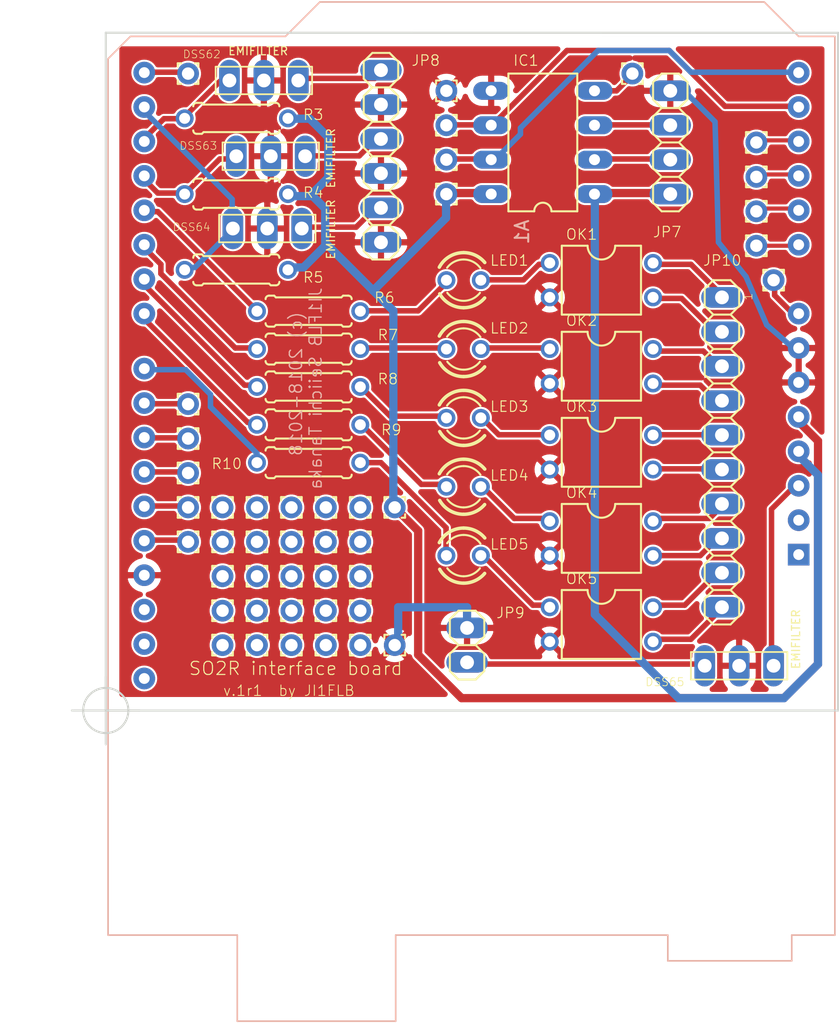
<source format=kicad_pcb>
(kicad_pcb (version 20171130) (host pcbnew "(5.0.0)")
  (layers (0 Top signal) (31 Bottom signal) (34 B.Paste user) (35 F.Paste user) (36 B.SilkS user) (37 F.SilkS user) (38 B.Mask user) (39 F.Mask user) (44 Edge.Cuts user))
  (net 0 "")
  (net 1 +3V3)
  (net 2 GND1)
  (net 3 VCC)
  (net 4 "Net-(LED1-PadK)")
  (net 5 "Net-(LED1-PadA)")
  (net 6 "Net-(LED2-PadK)")
  (net 7 "Net-(LED2-PadA)")
  (net 8 "Net-(LED3-PadK)")
  (net 9 "Net-(LED3-PadA)")
  (net 10 "Net-(LED4-PadK)")
  (net 11 "Net-(LED4-PadA)")
  (net 12 "Net-(LED5-PadK)")
  (net 13 "Net-(LED5-PadA)")
  (net 14 /D4)
  (net 15 /D5)
  (net 16 /D6)
  (net 17 /D7)
  (net 18 /D8)
  (net 19 "Net-(JP10-Pad1)")
  (net 20 "Net-(JP10-Pad2)")
  (net 21 "Net-(JP10-Pad3)")
  (net 22 "Net-(JP10-Pad4)")
  (net 23 "Net-(JP10-Pad5)")
  (net 24 "Net-(JP10-Pad6)")
  (net 25 "Net-(JP10-Pad7)")
  (net 26 "Net-(JP10-Pad8)")
  (net 27 "Net-(JP10-Pad9)")
  (net 28 "Net-(JP10-Pad10)")
  (net 29 /D2)
  (net 30 /D3)
  (net 31 /D1)
  (net 32 "Net-(DSS62-Pad1)")
  (net 33 /SCL5V)
  (net 34 /SDA5V)
  (net 35 "Net-(IC1-Pad4)")
  (net 36 "Net-(IC1-Pad3)")
  (net 37 "Net-(IC1-Pad2)")
  (net 38 "Net-(DSS65-Pad1)")
  (net 39 "Net-(PAD13-Pad1)")
  (net 40 "Net-(PAD18-Pad1)")
  (net 41 "Net-(PAD23-Pad1)")
  (net 42 "Net-(PAD28-Pad1)")
  (net 43 "Net-(PAD33-Pad1)")
  (net 44 "Net-(PAD14-Pad1)")
  (net 45 "Net-(PAD19-Pad1)")
  (net 46 "Net-(PAD24-Pad1)")
  (net 47 "Net-(PAD29-Pad1)")
  (net 48 "Net-(PAD34-Pad1)")
  (net 49 "Net-(PAD15-Pad1)")
  (net 50 "Net-(PAD20-Pad1)")
  (net 51 "Net-(PAD25-Pad1)")
  (net 52 "Net-(PAD30-Pad1)")
  (net 53 "Net-(PAD35-Pad1)")
  (net 54 "Net-(PAD16-Pad1)")
  (net 55 "Net-(PAD21-Pad1)")
  (net 56 "Net-(PAD26-Pad1)")
  (net 57 "Net-(PAD31-Pad1)")
  (net 58 "Net-(PAD36-Pad1)")
  (net 59 "Net-(PAD17-Pad1)")
  (net 60 "Net-(PAD22-Pad1)")
  (net 61 "Net-(PAD27-Pad1)")
  (net 62 "Net-(PAD32-Pad1)")
  (net 63 "Net-(PAD37-Pad1)")
  (net 64 "Net-(A1-Pad32)")
  (net 65 "Net-(A1-Pad31)")
  (net 66 "Net-(A1-Pad1)")
  (net 67 "Net-(A1-Pad2)")
  (net 68 RESET)
  (net 69 "Net-(A1-Pad8)")
  (net 70 "Net-(A1-Pad24)")
  (net 71 "Net-(A1-Pad9)")
  (net 72 "Net-(A1-Pad25)")
  (net 73 "Net-(A1-Pad10)")
  (net 74 "Net-(A1-Pad26)")
  (net 75 "Net-(A1-Pad11)")
  (net 76 "Net-(A1-Pad27)")
  (net 77 "Net-(A1-Pad12)")
  (net 78 "Net-(A1-Pad28)")
  (net 79 "Net-(A1-Pad30)")
  (net 80 "Net-(A1-Pad15)")
  (net 81 "Net-(DSS63-Pad1)")
  (net 82 "Net-(DSS64-Pad1)")
  (module Module:Arduino_UNO_R3 (layer Bottom) (at 195.6 118.5 90)
    (fp_text reference A1 (at 23.8 -20.4 270) (layer B.SilkS) (effects (justify mirror)))
    (fp_text value Arduino_UNO_R3)
    (pad 32 thru_hole oval (at -9.14 -48.26) (size 1.6 1.6) (drill 0.8) (layers *.Cu *.Mask) (net 64 "Net-(A1-Pad32)"))
    (pad 31 thru_hole oval (at -6.6 -48.26) (size 1.6 1.6) (drill 0.8) (layers *.Cu *.Mask) (net 65 "Net-(A1-Pad31)"))
    (pad 1 thru_hole rect (at 0 0) (size 1.6 1.6) (drill 0.8) (layers *.Cu *.Mask) (net 66 "Net-(A1-Pad1)"))
    (pad 17 thru_hole oval (at 30.48 -48.26) (size 1.6 1.6) (drill 0.8) (layers *.Cu *.Mask) (net 29 /D2))
    (pad 2 thru_hole oval (at 2.54 0) (size 1.6 1.6) (drill 0.8) (layers *.Cu *.Mask) (net 67 "Net-(A1-Pad2)"))
    (pad 18 thru_hole oval (at 27.94 -48.26) (size 1.6 1.6) (drill 0.8) (layers *.Cu *.Mask) (net 30 /D3))
    (pad 3 thru_hole oval (at 5.08 0) (size 1.6 1.6) (drill 0.8) (layers *.Cu *.Mask) (net 68 RESET))
    (pad 19 thru_hole oval (at 25.4 -48.26) (size 1.6 1.6) (drill 0.8) (layers *.Cu *.Mask) (net 14 /D4))
    (pad 4 thru_hole oval (at 7.62 0) (size 1.6 1.6) (drill 0.8) (layers *.Cu *.Mask) (net 1 +3V3))
    (pad 20 thru_hole oval (at 22.86 -48.26) (size 1.6 1.6) (drill 0.8) (layers *.Cu *.Mask) (net 15 /D5))
    (pad 5 thru_hole oval (at 10.16 0) (size 1.6 1.6) (drill 0.8) (layers *.Cu *.Mask) (net 3 VCC))
    (pad 21 thru_hole oval (at 20.32 -48.26) (size 1.6 1.6) (drill 0.8) (layers *.Cu *.Mask) (net 16 /D6))
    (pad 6 thru_hole oval (at 12.7 0) (size 1.6 1.6) (drill 0.8) (layers *.Cu *.Mask) (net 2 GND1))
    (pad 22 thru_hole oval (at 17.78 -48.26) (size 1.6 1.6) (drill 0.8) (layers *.Cu *.Mask) (net 17 /D7))
    (pad 7 thru_hole oval (at 15.24 0) (size 1.6 1.6) (drill 0.8) (layers *.Cu *.Mask) (net 2 GND1))
    (pad 23 thru_hole oval (at 13.72 -48.26) (size 1.6 1.6) (drill 0.8) (layers *.Cu *.Mask) (net 18 /D8))
    (pad 8 thru_hole oval (at 17.78 0) (size 1.6 1.6) (drill 0.8) (layers *.Cu *.Mask) (net 69 "Net-(A1-Pad8)"))
    (pad 24 thru_hole oval (at 11.18 -48.26) (size 1.6 1.6) (drill 0.8) (layers *.Cu *.Mask) (net 70 "Net-(A1-Pad24)"))
    (pad 9 thru_hole oval (at 22.86 0) (size 1.6 1.6) (drill 0.8) (layers *.Cu *.Mask) (net 71 "Net-(A1-Pad9)"))
    (pad 25 thru_hole oval (at 8.64 -48.26) (size 1.6 1.6) (drill 0.8) (layers *.Cu *.Mask) (net 72 "Net-(A1-Pad25)"))
    (pad 10 thru_hole oval (at 25.4 0) (size 1.6 1.6) (drill 0.8) (layers *.Cu *.Mask) (net 73 "Net-(A1-Pad10)"))
    (pad 26 thru_hole oval (at 6.1 -48.26) (size 1.6 1.6) (drill 0.8) (layers *.Cu *.Mask) (net 74 "Net-(A1-Pad26)"))
    (pad 11 thru_hole oval (at 27.94 0) (size 1.6 1.6) (drill 0.8) (layers *.Cu *.Mask) (net 75 "Net-(A1-Pad11)"))
    (pad 27 thru_hole oval (at 3.56 -48.26) (size 1.6 1.6) (drill 0.8) (layers *.Cu *.Mask) (net 76 "Net-(A1-Pad27)"))
    (pad 12 thru_hole oval (at 30.48 0) (size 1.6 1.6) (drill 0.8) (layers *.Cu *.Mask) (net 77 "Net-(A1-Pad12)"))
    (pad 28 thru_hole oval (at 1.02 -48.26) (size 1.6 1.6) (drill 0.8) (layers *.Cu *.Mask) (net 78 "Net-(A1-Pad28)"))
    (pad 13 thru_hole oval (at 33.02 0) (size 1.6 1.6) (drill 0.8) (layers *.Cu *.Mask) (net 34 /SDA5V))
    (pad 29 thru_hole oval (at -1.52 -48.26) (size 1.6 1.6) (drill 0.8) (layers *.Cu *.Mask) (net 2 GND1))
    (pad 14 thru_hole oval (at 35.56 0) (size 1.6 1.6) (drill 0.8) (layers *.Cu *.Mask) (net 33 /SCL5V))
    (pad 30 thru_hole oval (at -4.06 -48.26) (size 1.6 1.6) (drill 0.8) (layers *.Cu *.Mask) (net 79 "Net-(A1-Pad30)"))
    (pad 15 thru_hole oval (at 35.56 -48.26) (size 1.6 1.6) (drill 0.8) (layers *.Cu *.Mask) (net 80 "Net-(A1-Pad15)"))
    (pad 16 thru_hole oval (at 33.02 -48.26) (size 1.6 1.6) (drill 0.8) (layers *.Cu *.Mask) (net 31 /D1))
  )
  (module HeadphoneSwitch:EMIFILTER (layer Top) (at 156.1591 83.5216 180)
    (fp_text reference DSS62 (at 3.1591 2.2716) (layer F.SilkS) (effects (font (size 0.57912 0.57912) (thickness 0.046329)) (justify right top)))
    (fp_text value EMIFILTER (at -1.8409 2.5216 180) (layer F.SilkS) (effects (font (size 0.6 0.6) (thickness 0.09)) (justify right top)))
    (pad 3 thru_hole oval (at 2.54 0 270) (size 3.048 1.524) (drill 1.016) (layers *.Cu *.Mask) (net 29 /D2))
    (pad 2 thru_hole oval (at 0 0 270) (size 3.048 1.524) (drill 1.016) (layers *.Cu *.Mask) (net 2 GND1))
    (pad 1 thru_hole oval (at -2.54 0 270) (size 3.048 1.524) (drill 1.016) (layers *.Cu *.Mask) (net 32 "Net-(DSS62-Pad1)"))
  )
  (module HeadphoneSwitch:EMIFILTER (layer Top) (at 156.6671 89.1096 180)
    (fp_text reference DSS63 (at 3.9171 1.1096) (layer F.SilkS) (effects (font (size 0.57912 0.57912) (thickness 0.046329)) (justify right top)))
    (fp_text value EMIFILTER (at -4.0829 2.1096 90) (layer F.SilkS) (effects (font (size 0.6 0.6) (thickness 0.09)) (justify right top)))
    (pad 3 thru_hole oval (at 2.54 0 270) (size 3.048 1.524) (drill 1.016) (layers *.Cu *.Mask) (net 30 /D3))
    (pad 2 thru_hole oval (at 0 0 270) (size 3.048 1.524) (drill 1.016) (layers *.Cu *.Mask) (net 2 GND1))
    (pad 1 thru_hole oval (at -2.54 0 270) (size 3.048 1.524) (drill 1.016) (layers *.Cu *.Mask) (net 81 "Net-(DSS63-Pad1)"))
  )
  (module HeadphoneSwitch:EMIFILTER (layer Top) (at 156.4131 94.4436 180)
    (fp_text reference DSS64 (at 4.1631 0.4436) (layer F.SilkS) (effects (font (size 0.57912 0.57912) (thickness 0.046329)) (justify right top)))
    (fp_text value EMIFILTER (at -4.3369 2.1936 90) (layer F.SilkS) (effects (font (size 0.6 0.6) (thickness 0.09)) (justify right top)))
    (pad 3 thru_hole oval (at 2.54 0 270) (size 3.048 1.524) (drill 1.016) (layers *.Cu *.Mask) (net 31 /D1))
    (pad 2 thru_hole oval (at 0 0 270) (size 3.048 1.524) (drill 1.016) (layers *.Cu *.Mask) (net 2 GND1))
    (pad 1 thru_hole oval (at -2.54 0 270) (size 3.048 1.524) (drill 1.016) (layers *.Cu *.Mask) (net 82 "Net-(DSS64-Pad1)"))
  )
  (module HeadphoneSwitch:EMIFILTER (layer Top) (at 191.2111 126.7016)
    (fp_text reference DSS65 (at -6.9611 1.5484) (layer F.SilkS) (effects (font (size 0.6 0.6) (thickness 0.06)) (justify left bottom)))
    (fp_text value EMIFILTER (at 4.5389 0.2984 90) (layer F.SilkS) (effects (font (size 0.6 0.6) (thickness 0.09)) (justify left bottom)))
    (pad 3 thru_hole oval (at 2.54 0 90) (size 3.048 1.524) (drill 1.016) (layers *.Cu *.Mask) (net 68 RESET))
    (pad 2 thru_hole oval (at 0 0 90) (size 3.048 1.524) (drill 1.016) (layers *.Cu *.Mask) (net 2 GND1))
    (pad 1 thru_hole oval (at -2.54 0 90) (size 3.048 1.524) (drill 1.016) (layers *.Cu *.Mask) (net 38 "Net-(DSS65-Pad1)"))
  )
  (module HeadphoneSwitch:DIL8 (layer Top) (at 176.7331 88.0936 90)
    (fp_text reference IC1 (at 5.5936 -2.2331) (layer F.SilkS) (effects (font (size 0.77216 0.77216) (thickness 0.077216)) (justify left bottom)))
    (fp_text value AE-PCA9306)
    (pad 8 thru_hole oval (at -3.81 -3.81 180) (size 2.6416 1.3208) (drill 0.8128) (layers *.Cu *.Mask) (net 3 VCC))
    (pad 7 thru_hole oval (at -1.27 -3.81 180) (size 2.6416 1.3208) (drill 0.8128) (layers *.Cu *.Mask) (net 33 /SCL5V))
    (pad 6 thru_hole oval (at 1.27 -3.81 180) (size 2.6416 1.3208) (drill 0.8128) (layers *.Cu *.Mask) (net 34 /SDA5V))
    (pad 5 thru_hole oval (at 3.81 -3.81 180) (size 2.6416 1.3208) (drill 0.8128) (layers *.Cu *.Mask) (net 2 GND1))
    (pad 4 thru_hole oval (at 3.81 3.81 180) (size 2.6416 1.3208) (drill 0.8128) (layers *.Cu *.Mask) (net 35 "Net-(IC1-Pad4)"))
    (pad 3 thru_hole oval (at 1.27 3.81 180) (size 2.6416 1.3208) (drill 0.8128) (layers *.Cu *.Mask) (net 36 "Net-(IC1-Pad3)"))
    (pad 2 thru_hole oval (at -1.27 3.81 180) (size 2.6416 1.3208) (drill 0.8128) (layers *.Cu *.Mask) (net 37 "Net-(IC1-Pad2)"))
    (pad 1 thru_hole oval (at -3.81 3.81 180) (size 2.6416 1.3208) (drill 0.8128) (layers *.Cu *.Mask) (net 1 +3V3))
  )
  (module HeadphoneSwitch:1X10 (layer Top) (at 189.9411 110.9536 270)
    (fp_text reference JP10 (at -13.7036 1.4411) (layer F.SilkS) (effects (font (size 0.77216 0.77216) (thickness 0.077216)) (justify left bottom)))
    (fp_text value "Isolate port")
    (pad 10 thru_hole oval (at 11.43 0) (size 3.048 1.524) (drill 1.016) (layers *.Cu *.Mask) (net 28 "Net-(JP10-Pad10)"))
    (pad 9 thru_hole oval (at 8.89 0) (size 3.048 1.524) (drill 1.016) (layers *.Cu *.Mask) (net 27 "Net-(JP10-Pad9)"))
    (pad 8 thru_hole oval (at 6.35 0) (size 3.048 1.524) (drill 1.016) (layers *.Cu *.Mask) (net 26 "Net-(JP10-Pad8)"))
    (pad 7 thru_hole oval (at 3.81 0) (size 3.048 1.524) (drill 1.016) (layers *.Cu *.Mask) (net 25 "Net-(JP10-Pad7)"))
    (pad 6 thru_hole oval (at 1.27 0) (size 3.048 1.524) (drill 1.016) (layers *.Cu *.Mask) (net 24 "Net-(JP10-Pad6)"))
    (pad 5 thru_hole oval (at -1.27 0) (size 3.048 1.524) (drill 1.016) (layers *.Cu *.Mask) (net 23 "Net-(JP10-Pad5)"))
    (pad 4 thru_hole oval (at -3.81 0) (size 3.048 1.524) (drill 1.016) (layers *.Cu *.Mask) (net 22 "Net-(JP10-Pad4)"))
    (pad 3 thru_hole oval (at -6.35 0) (size 3.048 1.524) (drill 1.016) (layers *.Cu *.Mask) (net 21 "Net-(JP10-Pad3)"))
    (pad 2 thru_hole oval (at -8.89 0) (size 3.048 1.524) (drill 1.016) (layers *.Cu *.Mask) (net 20 "Net-(JP10-Pad2)"))
    (pad 1 thru_hole oval (at -11.43 0) (size 3.048 1.524) (drill 1.016) (layers *.Cu *.Mask) (net 19 "Net-(JP10-Pad1)"))
  )
  (module HeadphoneSwitch:1X04 (layer Top) (at 186.1311 88.0936 90)
    (fp_text reference JP7 (at -6.1564 0.8689) (layer F.SilkS) (effects (font (size 0.77216 0.77216) (thickness 0.077216)) (justify right top)))
    (fp_text value "I2C LCD")
    (pad 4 thru_hole oval (at 3.81 0 180) (size 3.048 1.524) (drill 1.016) (layers *.Cu *.Mask) (net 2 GND1))
    (pad 3 thru_hole oval (at 1.27 0 180) (size 3.048 1.524) (drill 1.016) (layers *.Cu *.Mask) (net 36 "Net-(IC1-Pad3)"))
    (pad 2 thru_hole oval (at -1.27 0 180) (size 3.048 1.524) (drill 1.016) (layers *.Cu *.Mask) (net 37 "Net-(IC1-Pad2)"))
    (pad 1 thru_hole oval (at -3.81 0 180) (size 3.048 1.524) (drill 1.016) (layers *.Cu *.Mask) (net 1 +3V3))
  )
  (module HeadphoneSwitch:1X06 (layer Top) (at 164.7951 89.1096 270)
    (fp_text reference JP8 (at -6.6096 -2.2049) (layer F.SilkS) (effects (font (size 0.77216 0.77216) (thickness 0.077216)) (justify left bottom)))
    (fp_text value "Force Switch")
    (pad 6 thru_hole oval (at 6.35 0) (size 3.048 1.524) (drill 1.016) (layers *.Cu *.Mask) (net 2 GND1))
    (pad 5 thru_hole oval (at 3.81 0) (size 3.048 1.524) (drill 1.016) (layers *.Cu *.Mask) (net 82 "Net-(DSS64-Pad1)"))
    (pad 4 thru_hole oval (at 1.27 0) (size 3.048 1.524) (drill 1.016) (layers *.Cu *.Mask) (net 2 GND1))
    (pad 3 thru_hole oval (at -1.27 0) (size 3.048 1.524) (drill 1.016) (layers *.Cu *.Mask) (net 81 "Net-(DSS63-Pad1)"))
    (pad 2 thru_hole oval (at -3.81 0) (size 3.048 1.524) (drill 1.016) (layers *.Cu *.Mask) (net 2 GND1))
    (pad 1 thru_hole oval (at -6.35 0) (size 3.048 1.524) (drill 1.016) (layers *.Cu *.Mask) (net 32 "Net-(DSS62-Pad1)"))
  )
  (module HeadphoneSwitch:1X02 (layer Top) (at 171.1451 125.1776 90)
    (fp_text reference JP9 (at 1.9276 2.1049 180) (layer F.SilkS) (effects (font (size 0.77216 0.77216) (thickness 0.077216)) (justify left bottom)))
    (fp_text value RESET)
    (pad 2 thru_hole oval (at 1.27 0 180) (size 3.048 1.524) (drill 1.016) (layers *.Cu *.Mask) (net 2 GND1))
    (pad 1 thru_hole oval (at -1.27 0 180) (size 3.048 1.524) (drill 1.016) (layers *.Cu *.Mask) (net 38 "Net-(DSS65-Pad1)"))
  )
  (module HeadphoneSwitch:LED3MM (layer Top) (at 170.8911 98.2536)
    (fp_text reference LED1 (at 1.905 -1.0036) (layer F.SilkS) (effects (font (size 0.77216 0.77216) (thickness 0.077216)) (justify left bottom)))
    (fp_text value OSDR3133A)
    (pad K thru_hole circle (at 1.27 0) (size 1.3208 1.3208) (drill 0.8128) (layers *.Cu *.Mask) (net 4 "Net-(LED1-PadK)"))
    (pad A thru_hole circle (at -1.27 0) (size 1.3208 1.3208) (drill 0.8128) (layers *.Cu *.Mask) (net 5 "Net-(LED1-PadA)"))
  )
  (module HeadphoneSwitch:LED3MM (layer Top) (at 170.8911 103.3336)
    (fp_text reference LED2 (at 1.905 -1.0836) (layer F.SilkS) (effects (font (size 0.77216 0.77216) (thickness 0.077216)) (justify left bottom)))
    (fp_text value OSDR3133A)
    (pad K thru_hole circle (at 1.27 0) (size 1.3208 1.3208) (drill 0.8128) (layers *.Cu *.Mask) (net 6 "Net-(LED2-PadK)"))
    (pad A thru_hole circle (at -1.27 0) (size 1.3208 1.3208) (drill 0.8128) (layers *.Cu *.Mask) (net 7 "Net-(LED2-PadA)"))
  )
  (module HeadphoneSwitch:LED3MM (layer Top) (at 170.8911 108.4136)
    (fp_text reference LED3 (at 1.905 -0.381) (layer F.SilkS) (effects (font (size 0.77216 0.77216) (thickness 0.077216)) (justify left bottom)))
    (fp_text value OSDR3133A)
    (pad K thru_hole circle (at 1.27 0) (size 1.3208 1.3208) (drill 0.8128) (layers *.Cu *.Mask) (net 8 "Net-(LED3-PadK)"))
    (pad A thru_hole circle (at -1.27 0) (size 1.3208 1.3208) (drill 0.8128) (layers *.Cu *.Mask) (net 9 "Net-(LED3-PadA)"))
  )
  (module HeadphoneSwitch:LED3MM (layer Top) (at 170.8911 113.4936)
    (fp_text reference LED4 (at 1.905 -0.381) (layer F.SilkS) (effects (font (size 0.77216 0.77216) (thickness 0.077216)) (justify left bottom)))
    (fp_text value OSDR3133A)
    (pad K thru_hole circle (at 1.27 0) (size 1.3208 1.3208) (drill 0.8128) (layers *.Cu *.Mask) (net 10 "Net-(LED4-PadK)"))
    (pad A thru_hole circle (at -1.27 0) (size 1.3208 1.3208) (drill 0.8128) (layers *.Cu *.Mask) (net 11 "Net-(LED4-PadA)"))
  )
  (module HeadphoneSwitch:LED3MM (layer Top) (at 170.8911 118.5736)
    (fp_text reference LED5 (at 1.905 -0.381) (layer F.SilkS) (effects (font (size 0.77216 0.77216) (thickness 0.077216)) (justify left bottom)))
    (fp_text value OSDR3133A)
    (pad K thru_hole circle (at 1.27 0) (size 1.3208 1.3208) (drill 0.8128) (layers *.Cu *.Mask) (net 12 "Net-(LED5-PadK)"))
    (pad A thru_hole circle (at -1.27 0) (size 1.3208 1.3208) (drill 0.8128) (layers *.Cu *.Mask) (net 13 "Net-(LED5-PadA)"))
  )
  (module HeadphoneSwitch:DIL04 (layer Top) (at 181.0511 98.2536 270)
    (fp_text reference OK1 (at -2.921 2.667) (layer F.SilkS) (effects (font (size 0.77216 0.77216) (thickness 0.077216)) (justify left bottom)))
    (fp_text value TLP621)
    (pad 4 thru_hole circle (at -1.27 -3.81) (size 1.3208 1.3208) (drill 0.8128) (layers *.Cu *.Mask) (net 19 "Net-(JP10-Pad1)"))
    (pad 3 thru_hole circle (at 1.27 -3.81) (size 1.3208 1.3208) (drill 0.8128) (layers *.Cu *.Mask) (net 20 "Net-(JP10-Pad2)"))
    (pad 2 thru_hole circle (at 1.27 3.81 180) (size 1.3208 1.3208) (drill 0.8128) (layers *.Cu *.Mask) (net 2 GND1))
    (pad 1 thru_hole circle (at -1.27 3.81 180) (size 1.3208 1.3208) (drill 0.8128) (layers *.Cu *.Mask) (net 4 "Net-(LED1-PadK)"))
  )
  (module HeadphoneSwitch:DIL04 (layer Top) (at 181.0511 104.6036 270)
    (fp_text reference OK2 (at -2.921 2.667) (layer F.SilkS) (effects (font (size 0.77216 0.77216) (thickness 0.077216)) (justify left bottom)))
    (fp_text value TLP621)
    (pad 4 thru_hole circle (at -1.27 -3.81) (size 1.3208 1.3208) (drill 0.8128) (layers *.Cu *.Mask) (net 21 "Net-(JP10-Pad3)"))
    (pad 3 thru_hole circle (at 1.27 -3.81) (size 1.3208 1.3208) (drill 0.8128) (layers *.Cu *.Mask) (net 22 "Net-(JP10-Pad4)"))
    (pad 2 thru_hole circle (at 1.27 3.81 180) (size 1.3208 1.3208) (drill 0.8128) (layers *.Cu *.Mask) (net 2 GND1))
    (pad 1 thru_hole circle (at -1.27 3.81 180) (size 1.3208 1.3208) (drill 0.8128) (layers *.Cu *.Mask) (net 6 "Net-(LED2-PadK)"))
  )
  (module HeadphoneSwitch:DIL04 (layer Top) (at 181.0511 110.9536 270)
    (fp_text reference OK3 (at -2.921 2.667) (layer F.SilkS) (effects (font (size 0.77216 0.77216) (thickness 0.077216)) (justify left bottom)))
    (fp_text value TLP621)
    (pad 4 thru_hole circle (at -1.27 -3.81) (size 1.3208 1.3208) (drill 0.8128) (layers *.Cu *.Mask) (net 23 "Net-(JP10-Pad5)"))
    (pad 3 thru_hole circle (at 1.27 -3.81) (size 1.3208 1.3208) (drill 0.8128) (layers *.Cu *.Mask) (net 24 "Net-(JP10-Pad6)"))
    (pad 2 thru_hole circle (at 1.27 3.81 180) (size 1.3208 1.3208) (drill 0.8128) (layers *.Cu *.Mask) (net 2 GND1))
    (pad 1 thru_hole circle (at -1.27 3.81 180) (size 1.3208 1.3208) (drill 0.8128) (layers *.Cu *.Mask) (net 8 "Net-(LED3-PadK)"))
  )
  (module HeadphoneSwitch:DIL04 (layer Top) (at 181.0511 117.3036 270)
    (fp_text reference OK4 (at -2.921 2.667) (layer F.SilkS) (effects (font (size 0.77216 0.77216) (thickness 0.077216)) (justify left bottom)))
    (fp_text value TLP621)
    (pad 4 thru_hole circle (at -1.27 -3.81) (size 1.3208 1.3208) (drill 0.8128) (layers *.Cu *.Mask) (net 25 "Net-(JP10-Pad7)"))
    (pad 3 thru_hole circle (at 1.27 -3.81) (size 1.3208 1.3208) (drill 0.8128) (layers *.Cu *.Mask) (net 26 "Net-(JP10-Pad8)"))
    (pad 2 thru_hole circle (at 1.27 3.81 180) (size 1.3208 1.3208) (drill 0.8128) (layers *.Cu *.Mask) (net 2 GND1))
    (pad 1 thru_hole circle (at -1.27 3.81 180) (size 1.3208 1.3208) (drill 0.8128) (layers *.Cu *.Mask) (net 10 "Net-(LED4-PadK)"))
  )
  (module HeadphoneSwitch:DIL04 (layer Top) (at 181.0511 123.6536 270)
    (fp_text reference OK5 (at -2.921 2.667) (layer F.SilkS) (effects (font (size 0.77216 0.77216) (thickness 0.077216)) (justify left bottom)))
    (fp_text value TLP621)
    (pad 4 thru_hole circle (at -1.27 -3.81) (size 1.3208 1.3208) (drill 0.8128) (layers *.Cu *.Mask) (net 27 "Net-(JP10-Pad9)"))
    (pad 3 thru_hole circle (at 1.27 -3.81) (size 1.3208 1.3208) (drill 0.8128) (layers *.Cu *.Mask) (net 28 "Net-(JP10-Pad10)"))
    (pad 2 thru_hole circle (at 1.27 3.81 180) (size 1.3208 1.3208) (drill 0.8128) (layers *.Cu *.Mask) (net 2 GND1))
    (pad 1 thru_hole circle (at -1.27 3.81 180) (size 1.3208 1.3208) (drill 0.8128) (layers *.Cu *.Mask) (net 12 "Net-(LED5-PadK)"))
  )
  (module HeadphoneSwitch:1,6_0,9 (layer Top) (at 193.7511 98.2536)
    (fp_text reference PAD1 hide)
    (fp_text value 1,6_0,9 hide)
    (pad 1 thru_hole circle (at 0 0) (size 1.6002 1.6002) (drill 0.9144) (layers *.Cu *.Mask) (net 69 "Net-(A1-Pad8)"))
  )
  (module HeadphoneSwitch:1,6_0,9 (layer Top) (at 150.5711 109.9376)
    (fp_text reference PAD10 hide)
    (fp_text value 1,6_0,9 hide)
    (pad 1 thru_hole circle (at 0 0) (size 1.6002 1.6002) (drill 0.9144) (layers *.Cu *.Mask) (net 72 "Net-(A1-Pad25)"))
  )
  (module HeadphoneSwitch:1,6_0,9 (layer Top) (at 150.5711 107.3976)
    (fp_text reference PAD11 hide)
    (fp_text value 1,6_0,9 hide)
    (pad 1 thru_hole circle (at 0 0) (size 1.6002 1.6002) (drill 0.9144) (layers *.Cu *.Mask) (net 70 "Net-(A1-Pad24)"))
  )
  (module HeadphoneSwitch:1,6_0,9 (layer Top) (at 150.5711 83.0136)
    (fp_text reference PAD12 hide)
    (fp_text value 1,6_0,9 hide)
    (pad 1 thru_hole circle (at 0 0) (size 1.6002 1.6002) (drill 0.9144) (layers *.Cu *.Mask) (net 80 "Net-(A1-Pad15)"))
  )
  (module HeadphoneSwitch:1,6_0,9 (layer Top) (at 163.2711 122.6376)
    (fp_text reference PAD13 hide)
    (fp_text value 1,6_0,9 hide)
    (pad 1 thru_hole circle (at 0 0) (size 1.6002 1.6002) (drill 0.9144) (layers *.Cu *.Mask) (net 39 "Net-(PAD13-Pad1)"))
  )
  (module HeadphoneSwitch:1,6_0,9 (layer Top) (at 160.7311 122.6376)
    (fp_text reference PAD14 hide)
    (fp_text value 1,6_0,9 hide)
    (pad 1 thru_hole circle (at 0 0) (size 1.6002 1.6002) (drill 0.9144) (layers *.Cu *.Mask) (net 44 "Net-(PAD14-Pad1)"))
  )
  (module HeadphoneSwitch:1,6_0,9 (layer Top) (at 158.1911 122.6376)
    (fp_text reference PAD15 hide)
    (fp_text value 1,6_0,9 hide)
    (pad 1 thru_hole circle (at 0 0) (size 1.6002 1.6002) (drill 0.9144) (layers *.Cu *.Mask) (net 49 "Net-(PAD15-Pad1)"))
  )
  (module HeadphoneSwitch:1,6_0,9 (layer Top) (at 155.6511 122.6376)
    (fp_text reference PAD16 hide)
    (fp_text value 1,6_0,9 hide)
    (pad 1 thru_hole circle (at 0 0) (size 1.6002 1.6002) (drill 0.9144) (layers *.Cu *.Mask) (net 54 "Net-(PAD16-Pad1)"))
  )
  (module HeadphoneSwitch:1,6_0,9 (layer Top) (at 153.1111 122.6376)
    (fp_text reference PAD17 hide)
    (fp_text value 1,6_0,9 hide)
    (pad 1 thru_hole circle (at 0 0) (size 1.6002 1.6002) (drill 0.9144) (layers *.Cu *.Mask) (net 59 "Net-(PAD17-Pad1)"))
  )
  (module HeadphoneSwitch:1,6_0,9 (layer Top) (at 163.2711 117.5576)
    (fp_text reference PAD18 hide)
    (fp_text value 1,6_0,9 hide)
    (pad 1 thru_hole circle (at 0 0) (size 1.6002 1.6002) (drill 0.9144) (layers *.Cu *.Mask) (net 40 "Net-(PAD18-Pad1)"))
  )
  (module HeadphoneSwitch:1,6_0,9 (layer Top) (at 160.7311 117.5576)
    (fp_text reference PAD19 hide)
    (fp_text value 1,6_0,9 hide)
    (pad 1 thru_hole circle (at 0 0) (size 1.6002 1.6002) (drill 0.9144) (layers *.Cu *.Mask) (net 45 "Net-(PAD19-Pad1)"))
  )
  (module HeadphoneSwitch:1,6_0,9 (layer Top) (at 183.3371 83.0136)
    (fp_text reference PAD2 hide)
    (fp_text value 1,6_0,9 hide)
    (pad 1 thru_hole circle (at 0 0) (size 1.6002 1.6002) (drill 0.9144) (layers *.Cu *.Mask) (net 35 "Net-(IC1-Pad4)"))
  )
  (module HeadphoneSwitch:1,6_0,9 (layer Top) (at 158.1911 117.5576)
    (fp_text reference PAD20 hide)
    (fp_text value 1,6_0,9 hide)
    (pad 1 thru_hole circle (at 0 0) (size 1.6002 1.6002) (drill 0.9144) (layers *.Cu *.Mask) (net 50 "Net-(PAD20-Pad1)"))
  )
  (module HeadphoneSwitch:1,6_0,9 (layer Top) (at 155.6511 117.5576)
    (fp_text reference PAD21 hide)
    (fp_text value 1,6_0,9 hide)
    (pad 1 thru_hole circle (at 0 0) (size 1.6002 1.6002) (drill 0.9144) (layers *.Cu *.Mask) (net 55 "Net-(PAD21-Pad1)"))
  )
  (module HeadphoneSwitch:1,6_0,9 (layer Top) (at 153.1111 117.5576)
    (fp_text reference PAD22 hide)
    (fp_text value 1,6_0,9 hide)
    (pad 1 thru_hole circle (at 0 0) (size 1.6002 1.6002) (drill 0.9144) (layers *.Cu *.Mask) (net 60 "Net-(PAD22-Pad1)"))
  )
  (module HeadphoneSwitch:1,6_0,9 (layer Top) (at 153.1111 125.1776)
    (fp_text reference PAD23 hide)
    (fp_text value 1,6_0,9 hide)
    (pad 1 thru_hole circle (at 0 0) (size 1.6002 1.6002) (drill 0.9144) (layers *.Cu *.Mask) (net 41 "Net-(PAD23-Pad1)"))
  )
  (module HeadphoneSwitch:1,6_0,9 (layer Top) (at 163.2711 120.0976)
    (fp_text reference PAD24 hide)
    (fp_text value 1,6_0,9 hide)
    (pad 1 thru_hole circle (at 0 0) (size 1.6002 1.6002) (drill 0.9144) (layers *.Cu *.Mask) (net 46 "Net-(PAD24-Pad1)"))
  )
  (module HeadphoneSwitch:1,6_0,9 (layer Top) (at 160.7311 120.0976)
    (fp_text reference PAD25 hide)
    (fp_text value 1,6_0,9 hide)
    (pad 1 thru_hole circle (at 0 0) (size 1.6002 1.6002) (drill 0.9144) (layers *.Cu *.Mask) (net 51 "Net-(PAD25-Pad1)"))
  )
  (module HeadphoneSwitch:1,6_0,9 (layer Top) (at 158.1911 120.0976)
    (fp_text reference PAD26 hide)
    (fp_text value 1,6_0,9 hide)
    (pad 1 thru_hole circle (at 0 0) (size 1.6002 1.6002) (drill 0.9144) (layers *.Cu *.Mask) (net 56 "Net-(PAD26-Pad1)"))
  )
  (module HeadphoneSwitch:1,6_0,9 (layer Top) (at 155.6511 120.0976)
    (fp_text reference PAD27 hide)
    (fp_text value 1,6_0,9 hide)
    (pad 1 thru_hole circle (at 0 0) (size 1.6002 1.6002) (drill 0.9144) (layers *.Cu *.Mask) (net 61 "Net-(PAD27-Pad1)"))
  )
  (module HeadphoneSwitch:1,6_0,9 (layer Top) (at 153.1111 120.0976)
    (fp_text reference PAD28 hide)
    (fp_text value 1,6_0,9 hide)
    (pad 1 thru_hole circle (at 0 0) (size 1.6002 1.6002) (drill 0.9144) (layers *.Cu *.Mask) (net 42 "Net-(PAD28-Pad1)"))
  )
  (module HeadphoneSwitch:1,6_0,9 (layer Top) (at 163.2711 115.0176)
    (fp_text reference PAD29 hide)
    (fp_text value 1,6_0,9 hide)
    (pad 1 thru_hole circle (at 0 0) (size 1.6002 1.6002) (drill 0.9144) (layers *.Cu *.Mask) (net 47 "Net-(PAD29-Pad1)"))
  )
  (module HeadphoneSwitch:1,6_0,9 (layer Top) (at 169.6211 91.9036)
    (fp_text reference PAD3 hide)
    (fp_text value 1,6_0,9 hide)
    (pad 1 thru_hole circle (at 0 0) (size 1.6002 1.6002) (drill 0.9144) (layers *.Cu *.Mask) (net 3 VCC))
  )
  (module HeadphoneSwitch:1,6_0,9 (layer Top) (at 160.7311 115.0176)
    (fp_text reference PAD30 hide)
    (fp_text value 1,6_0,9 hide)
    (pad 1 thru_hole circle (at 0 0) (size 1.6002 1.6002) (drill 0.9144) (layers *.Cu *.Mask) (net 52 "Net-(PAD30-Pad1)"))
  )
  (module HeadphoneSwitch:1,6_0,9 (layer Top) (at 158.1911 115.0176)
    (fp_text reference PAD31 hide)
    (fp_text value 1,6_0,9 hide)
    (pad 1 thru_hole circle (at 0 0) (size 1.6002 1.6002) (drill 0.9144) (layers *.Cu *.Mask) (net 57 "Net-(PAD31-Pad1)"))
  )
  (module HeadphoneSwitch:1,6_0,9 (layer Top) (at 155.6511 115.0176)
    (fp_text reference PAD32 hide)
    (fp_text value 1,6_0,9 hide)
    (pad 1 thru_hole circle (at 0 0) (size 1.6002 1.6002) (drill 0.9144) (layers *.Cu *.Mask) (net 62 "Net-(PAD32-Pad1)"))
  )
  (module HeadphoneSwitch:1,6_0,9 (layer Top) (at 153.1111 115.0176)
    (fp_text reference PAD33 hide)
    (fp_text value 1,6_0,9 hide)
    (pad 1 thru_hole circle (at 0 0) (size 1.6002 1.6002) (drill 0.9144) (layers *.Cu *.Mask) (net 43 "Net-(PAD33-Pad1)"))
  )
  (module HeadphoneSwitch:1,6_0,9 (layer Top) (at 163.2711 125.1776)
    (fp_text reference PAD34 hide)
    (fp_text value 1,6_0,9 hide)
    (pad 1 thru_hole circle (at 0 0) (size 1.6002 1.6002) (drill 0.9144) (layers *.Cu *.Mask) (net 48 "Net-(PAD34-Pad1)"))
  )
  (module HeadphoneSwitch:1,6_0,9 (layer Top) (at 160.7311 125.1776)
    (fp_text reference PAD35 hide)
    (fp_text value 1,6_0,9 hide)
    (pad 1 thru_hole circle (at 0 0) (size 1.6002 1.6002) (drill 0.9144) (layers *.Cu *.Mask) (net 53 "Net-(PAD35-Pad1)"))
  )
  (module HeadphoneSwitch:1,6_0,9 (layer Top) (at 158.1911 125.1776)
    (fp_text reference PAD36 hide)
    (fp_text value 1,6_0,9 hide)
    (pad 1 thru_hole circle (at 0 0) (size 1.6002 1.6002) (drill 0.9144) (layers *.Cu *.Mask) (net 58 "Net-(PAD36-Pad1)"))
  )
  (module HeadphoneSwitch:1,6_0,9 (layer Top) (at 155.6511 125.1776)
    (fp_text reference PAD37 hide)
    (fp_text value 1,6_0,9 hide)
    (pad 1 thru_hole circle (at 0 0) (size 1.6002 1.6002) (drill 0.9144) (layers *.Cu *.Mask) (net 63 "Net-(PAD37-Pad1)"))
  )
  (module HeadphoneSwitch:1,6_0,9 (layer Top) (at 165.8111 115.0176)
    (fp_text reference PAD38 hide)
    (fp_text value 1,6_0,9 hide)
    (pad 1 thru_hole circle (at 0 0) (size 1.6002 1.6002) (drill 0.9144) (layers *.Cu *.Mask) (net 3 VCC))
  )
  (module HeadphoneSwitch:1,6_0,9 (layer Top) (at 165.8111 125.1776)
    (fp_text reference PAD39 hide)
    (fp_text value 1,6_0,9 hide)
    (pad 1 thru_hole circle (at 0 0) (size 1.6002 1.6002) (drill 0.9144) (layers *.Cu *.Mask) (net 2 GND1))
  )
  (module HeadphoneSwitch:1,6_0,9 (layer Top) (at 169.6211 89.3636)
    (fp_text reference PAD4 hide)
    (fp_text value 1,6_0,9 hide)
    (pad 1 thru_hole circle (at 0 0) (size 1.6002 1.6002) (drill 0.9144) (layers *.Cu *.Mask) (net 33 /SCL5V))
  )
  (module HeadphoneSwitch:1,6_0,9 (layer Top) (at 169.6211 86.8236)
    (fp_text reference PAD5 hide)
    (fp_text value 1,6_0,9 hide)
    (pad 1 thru_hole circle (at 0 0) (size 1.6002 1.6002) (drill 0.9144) (layers *.Cu *.Mask) (net 34 /SDA5V))
  )
  (module HeadphoneSwitch:1,6_0,9 (layer Top) (at 169.6211 84.2836)
    (fp_text reference PAD6 hide)
    (fp_text value 1,6_0,9 hide)
    (pad 1 thru_hole circle (at 0 0) (size 1.6002 1.6002) (drill 0.9144) (layers *.Cu *.Mask) (net 2 GND1))
  )
  (module HeadphoneSwitch:1,6_0,9 (layer Top) (at 150.5711 117.5576)
    (fp_text reference PAD7 hide)
    (fp_text value 1,6_0,9 hide)
    (pad 1 thru_hole circle (at 0 0) (size 1.6002 1.6002) (drill 0.9144) (layers *.Cu *.Mask) (net 78 "Net-(A1-Pad28)"))
  )
  (module HeadphoneSwitch:1,6_0,9 (layer Top) (at 150.5711 115.0176)
    (fp_text reference PAD8 hide)
    (fp_text value 1,6_0,9 hide)
    (pad 1 thru_hole circle (at 0 0) (size 1.6002 1.6002) (drill 0.9144) (layers *.Cu *.Mask) (net 76 "Net-(A1-Pad27)"))
  )
  (module HeadphoneSwitch:1,6_0,9 (layer Top) (at 150.5711 112.4776)
    (fp_text reference PAD9 hide)
    (fp_text value 1,6_0,9 hide)
    (pad 1 thru_hole circle (at 0 0) (size 1.6002 1.6002) (drill 0.9144) (layers *.Cu *.Mask) (net 74 "Net-(A1-Pad26)"))
  )
  (module HeadphoneSwitch:0207_7 (layer Top) (at 159.4611 111.7156)
    (fp_text reference R10 (at -7.2111 0.5344) (layer F.SilkS) (effects (font (size 0.77216 0.77216) (thickness 0.077216)) (justify left bottom)))
    (fp_text value 330)
    (pad 2 thru_hole circle (at 3.81 0) (size 1.3208 1.3208) (drill 0.8128) (layers *.Cu *.Mask) (net 13 "Net-(LED5-PadA)"))
    (pad 1 thru_hole circle (at -3.81 0) (size 1.3208 1.3208) (drill 0.8128) (layers *.Cu *.Mask) (net 18 /D8))
  )
  (module HeadphoneSwitch:0207_7 (layer Top) (at 154.1271 97.4916)
    (fp_text reference R5 (at 4.8729 1.0084) (layer F.SilkS) (effects (font (size 0.77216 0.77216) (thickness 0.077216)) (justify left bottom)))
    (fp_text value 10K)
    (pad 2 thru_hole circle (at 3.81 0) (size 1.3208 1.3208) (drill 0.8128) (layers *.Cu *.Mask) (net 3 VCC))
    (pad 1 thru_hole circle (at -3.81 0) (size 1.3208 1.3208) (drill 0.8128) (layers *.Cu *.Mask) (net 31 /D1))
  )
  (module HeadphoneSwitch:0207_7 (layer Top) (at 154.1271 86.3156)
    (fp_text reference R3 (at 4.8729 0.1844) (layer F.SilkS) (effects (font (size 0.77216 0.77216) (thickness 0.077216)) (justify left bottom)))
    (fp_text value 10K)
    (pad 2 thru_hole circle (at 3.81 0) (size 1.3208 1.3208) (drill 0.8128) (layers *.Cu *.Mask) (net 3 VCC))
    (pad 1 thru_hole circle (at -3.81 0) (size 1.3208 1.3208) (drill 0.8128) (layers *.Cu *.Mask) (net 29 /D2))
  )
  (module HeadphoneSwitch:0207_7 (layer Top) (at 154.1271 91.9036)
    (fp_text reference R4 (at 4.8729 0.3464) (layer F.SilkS) (effects (font (size 0.77216 0.77216) (thickness 0.077216)) (justify left bottom)))
    (fp_text value 10K)
    (pad 2 thru_hole circle (at 3.81 0) (size 1.3208 1.3208) (drill 0.8128) (layers *.Cu *.Mask) (net 3 VCC))
    (pad 1 thru_hole circle (at -3.81 0) (size 1.3208 1.3208) (drill 0.8128) (layers *.Cu *.Mask) (net 30 /D3))
  )
  (module HeadphoneSwitch:0207_7 (layer Top) (at 159.4611 100.5396)
    (fp_text reference R6 (at 4.7889 -0.5396) (layer F.SilkS) (effects (font (size 0.77216 0.77216) (thickness 0.077216)) (justify left bottom)))
    (fp_text value 330)
    (pad 2 thru_hole circle (at 3.81 0) (size 1.3208 1.3208) (drill 0.8128) (layers *.Cu *.Mask) (net 5 "Net-(LED1-PadA)"))
    (pad 1 thru_hole circle (at -3.81 0) (size 1.3208 1.3208) (drill 0.8128) (layers *.Cu *.Mask) (net 14 /D4))
  )
  (module HeadphoneSwitch:0207_7 (layer Top) (at 159.4611 103.3336)
    (fp_text reference R7 (at 5.0389 -0.5836) (layer F.SilkS) (effects (font (size 0.77216 0.77216) (thickness 0.077216)) (justify left bottom)))
    (fp_text value 330)
    (pad 2 thru_hole circle (at 3.81 0) (size 1.3208 1.3208) (drill 0.8128) (layers *.Cu *.Mask) (net 7 "Net-(LED2-PadA)"))
    (pad 1 thru_hole circle (at -3.81 0) (size 1.3208 1.3208) (drill 0.8128) (layers *.Cu *.Mask) (net 15 /D5))
  )
  (module HeadphoneSwitch:0207_7 (layer Top) (at 159.4611 106.1276)
    (fp_text reference R8 (at 5.0389 -0.1276) (layer F.SilkS) (effects (font (size 0.77216 0.77216) (thickness 0.077216)) (justify left bottom)))
    (fp_text value 330)
    (pad 2 thru_hole circle (at 3.81 0) (size 1.3208 1.3208) (drill 0.8128) (layers *.Cu *.Mask) (net 9 "Net-(LED3-PadA)"))
    (pad 1 thru_hole circle (at -3.81 0) (size 1.3208 1.3208) (drill 0.8128) (layers *.Cu *.Mask) (net 16 /D6))
  )
  (module HeadphoneSwitch:0207_7 (layer Top) (at 159.4611 108.9216)
    (fp_text reference R9 (at 5.2889 0.8284) (layer F.SilkS) (effects (font (size 0.77216 0.77216) (thickness 0.077216)) (justify left bottom)))
    (fp_text value 330)
    (pad 2 thru_hole circle (at 3.81 0) (size 1.3208 1.3208) (drill 0.8128) (layers *.Cu *.Mask) (net 11 "Net-(LED4-PadA)"))
    (pad 1 thru_hole circle (at -3.81 0) (size 1.3208 1.3208) (drill 0.8128) (layers *.Cu *.Mask) (net 17 /D7))
  )
  (module HeadphoneSwitch:1,6_0,9 (layer Top) (at 192.4811 95.7136)
    (fp_text reference PAD40 hide)
    (fp_text value 1,6_0,9 hide)
    (pad 1 thru_hole circle (at 0 0) (size 1.6002 1.6002) (drill 0.9144) (layers *.Cu *.Mask) (net 71 "Net-(A1-Pad9)"))
  )
  (module HeadphoneSwitch:1,6_0,9 (layer Top) (at 192.4811 93.1736)
    (fp_text reference PAD41 hide)
    (fp_text value 1,6_0,9 hide)
    (pad 1 thru_hole circle (at 0 0) (size 1.6002 1.6002) (drill 0.9144) (layers *.Cu *.Mask) (net 73 "Net-(A1-Pad10)"))
  )
  (module HeadphoneSwitch:1,6_0,9 (layer Top) (at 192.4811 90.6336)
    (fp_text reference PAD42 hide)
    (fp_text value 1,6_0,9 hide)
    (pad 1 thru_hole circle (at 0 0) (size 1.6002 1.6002) (drill 0.9144) (layers *.Cu *.Mask) (net 75 "Net-(A1-Pad11)"))
  )
  (module HeadphoneSwitch:1,6_0,9 (layer Top) (at 192.4811 88.0936)
    (fp_text reference PAD43 hide)
    (fp_text value 1,6_0,9 hide)
    (pad 1 thru_hole circle (at 0 0) (size 1.6002 1.6002) (drill 0.9144) (layers *.Cu *.Mask) (net 77 "Net-(A1-Pad12)"))
  )
  (gr_text "(c) 2018-2018 \nJI1FLB Seiichi Tanaka" (at 159.25 106.25 90) (layer B.SilkS) (effects (font (size 0.9 0.9) (thickness 0.1)) (justify mirror)))
  (gr_line (start 144.5 130) (end 144.5 80) (layer Edge.Cuts) (width 0.15))
  (target plus (at 144.5 130) (size 5) (width 0.15) (layer Edge.Cuts))
  (gr_line (start 144.499438 130.0036) (end 198.5011 130.0036) (layer Edge.Cuts) (width 0.15))
  (gr_line (start 198.5011 130.0036) (end 198.5011 80.0036) (layer Edge.Cuts) (width 0.15))
  (gr_line (start 198.5011 80.0036) (end 144.5 80) (layer Edge.Cuts) (width 0.15))
  (gr_text "SO2R interface board" (at 150.5711 127.4636) (layer F.SilkS) (effects (font (size 0.9652 0.9652) (thickness 0.08128)) (justify left bottom)))
  (gr_text "v.1r1  by JI1FLB" (at 153.1111 128.9876) (layer F.SilkS) (effects (font (size 0.77216 0.77216) (thickness 0.065024)) (justify left bottom)))
  (gr_text 1 (at 192.2271 99.7776 90) (layer F.SilkS) (effects (font (size 0.57912 0.57912) (thickness 0.048768)) (justify left bottom)))
  (segment (start 186.0549 91.8274) (end 180.5685 91.8274) (width 0.6096) (layer Top) (net 1))
  (segment (start 180.5685 91.8274) (end 180.5431 91.9036) (width 0.6096) (layer Top) (net 1))
  (segment (start 186.0549 91.8274) (end 186.1311 91.9036) (width 0.6096) (layer Top) (net 1))
  (segment (start 197.0277 112.63) (end 195.4275 111.0298) (width 0.6096) (layer Bottom) (net 1))
  (segment (start 197.0277 126.5746) (end 197.0277 112.63) (width 0.6096) (layer Bottom) (net 1))
  (segment (start 194.5131 129.0892) (end 197.0277 126.5746) (width 0.6096) (layer Bottom) (net 1))
  (segment (start 186.7407 129.0892) (end 194.5131 129.0892) (width 0.6096) (layer Bottom) (net 1))
  (segment (start 180.5685 122.917) (end 186.7407 129.0892) (width 0.6096) (layer Bottom) (net 1))
  (segment (start 180.5685 92.056) (end 180.5685 122.917) (width 0.6096) (layer Bottom) (net 1))
  (segment (start 195.4275 111.0298) (end 195.2751 110.9536) (width 0.6096) (layer Bottom) (net 1))
  (segment (start 180.5685 92.056) (end 180.5431 91.9036) (width 0.6096) (layer Bottom) (net 1))
  (segment (start 163.1949 89.0842) (end 159.3087 89.0842) (width 0.4064) (layer Top) (net 81))
  (segment (start 164.3379 87.9412) (end 163.1949 89.0842) (width 0.4064) (layer Top) (net 81))
  (segment (start 164.7951 87.9412) (end 164.3379 87.9412) (width 0.4064) (layer Top) (net 81))
  (segment (start 159.3087 89.0842) (end 159.2071 89.1096) (width 0.4064) (layer Top) (net 81))
  (segment (start 164.7951 87.9412) (end 164.7951 87.8396) (width 0.4064) (layer Top) (net 81))
  (segment (start 162.9663 94.342) (end 159.0801 94.342) (width 0.4064) (layer Top) (net 82))
  (segment (start 164.3379 92.9704) (end 162.9663 94.342) (width 0.4064) (layer Top) (net 82))
  (segment (start 164.7951 92.9704) (end 164.3379 92.9704) (width 0.4064) (layer Top) (net 82))
  (segment (start 159.0801 94.342) (end 158.9531 94.4436) (width 0.4064) (layer Top) (net 82))
  (segment (start 164.7951 92.9704) (end 164.7951 92.9196) (width 0.4064) (layer Top) (net 82))
  (segment (start 165.8111 125.1776) (end 166.0651 125.1776) (width 0.4064) (layer Bottom) (net 2))
  (segment (start 166.0651 125.1776) (end 166.0651 122.3836) (width 0.6096) (layer Bottom) (net 2))
  (segment (start 166.0651 122.3836) (end 171.1451 122.3836) (width 0.6096) (layer Bottom) (net 2))
  (segment (start 171.1451 122.3836) (end 171.1451 123.9076) (width 0.6096) (layer Bottom) (net 2))
  (segment (start 186.1311 84.2836) (end 187.1471 84.2836) (width 0.4064) (layer Bottom) (net 2))
  (segment (start 187.1471 84.2836) (end 189.4331 86.5696) (width 0.4064) (layer Bottom) (net 2))
  (segment (start 189.4331 86.5696) (end 189.6871 95.4596) (width 0.4064) (layer Bottom) (net 2))
  (segment (start 189.6871 95.4596) (end 191.7191 97.9996) (width 0.4064) (layer Bottom) (net 2))
  (segment (start 191.7191 97.9996) (end 193.2431 101.5556) (width 0.4064) (layer Bottom) (net 2))
  (segment (start 193.2431 101.5556) (end 195.2751 103.3336) (width 0.4064) (layer Bottom) (net 2))
  (segment (start 169.8243 91.8274) (end 172.7961 91.8274) (width 0.6096) (layer Top) (net 3))
  (segment (start 172.7961 91.8274) (end 172.9231 91.9036) (width 0.6096) (layer Top) (net 3))
  (segment (start 169.8243 91.8274) (end 169.6211 91.9036) (width 0.6096) (layer Top) (net 3))
  (segment (start 159.0801 97.3138) (end 157.9371 97.3138) (width 0.6096) (layer Bottom) (net 3))
  (segment (start 160.6803 95.7136) (end 159.0801 97.3138) (width 0.6096) (layer Bottom) (net 3))
  (segment (start 160.6803 92.9704) (end 160.6803 95.7136) (width 0.6096) (layer Bottom) (net 3))
  (segment (start 159.7659 92.056) (end 160.6803 92.9704) (width 0.6096) (layer Bottom) (net 3))
  (segment (start 157.9371 92.056) (end 159.7659 92.056) (width 0.6096) (layer Bottom) (net 3))
  (segment (start 157.9371 97.3138) (end 157.9371 97.4916) (width 0.6096) (layer Bottom) (net 3))
  (segment (start 157.9371 92.056) (end 157.9371 91.9036) (width 0.6096) (layer Bottom) (net 3))
  (segment (start 159.5373 86.341) (end 157.9371 86.341) (width 0.6096) (layer Bottom) (net 3))
  (segment (start 160.9089 87.7126) (end 159.5373 86.341) (width 0.6096) (layer Bottom) (net 3))
  (segment (start 160.9089 90.6844) (end 160.9089 87.7126) (width 0.6096) (layer Bottom) (net 3))
  (segment (start 159.7659 91.8274) (end 160.9089 90.6844) (width 0.6096) (layer Bottom) (net 3))
  (segment (start 157.9371 86.341) (end 157.9371 86.3156) (width 0.6096) (layer Bottom) (net 3))
  (segment (start 159.7659 91.8274) (end 159.7659 92.056) (width 0.6096) (layer Bottom) (net 3))
  (segment (start 165.7095 100.5142) (end 165.7095 114.916) (width 0.6096) (layer Bottom) (net 3))
  (segment (start 160.9089 95.7136) (end 164.2236 99.0283) (width 0.6096) (layer Bottom) (net 3))
  (segment (start 164.2236 99.0283) (end 165.7095 100.5142) (width 0.6096) (layer Bottom) (net 3))
  (segment (start 165.7095 114.916) (end 165.8111 115.0176) (width 0.6096) (layer Bottom) (net 3))
  (segment (start 160.9089 95.7136) (end 160.6803 95.7136) (width 0.6096) (layer Bottom) (net 3))
  (segment (start 197.0277 110.1154) (end 195.4275 108.5152) (width 0.6096) (layer Top) (net 3))
  (segment (start 197.0277 126.5746) (end 197.0277 110.1154) (width 0.6096) (layer Top) (net 3))
  (segment (start 194.5131 129.0892) (end 197.0277 126.5746) (width 0.6096) (layer Top) (net 3))
  (segment (start 170.7387 129.0892) (end 194.5131 129.0892) (width 0.6096) (layer Top) (net 3))
  (segment (start 167.5383 125.8888) (end 170.7387 129.0892) (width 0.6096) (layer Top) (net 3))
  (segment (start 167.5383 116.7448) (end 167.5383 125.8888) (width 0.6096) (layer Top) (net 3))
  (segment (start 165.8111 115.0176) (end 167.5383 116.7448) (width 0.6096) (layer Top) (net 3))
  (segment (start 195.4275 108.5152) (end 195.2751 108.4136) (width 0.6096) (layer Top) (net 3))
  (segment (start 169.5957 93.6562) (end 169.5957 92.056) (width 0.6096) (layer Bottom) (net 3))
  (segment (start 164.2236 99.0283) (end 169.5957 93.6562) (width 0.6096) (layer Bottom) (net 3))
  (segment (start 169.5957 92.056) (end 169.6211 91.9036) (width 0.6096) (layer Bottom) (net 3))
  (segment (start 175.3107 98.2282) (end 172.3389 98.2282) (width 0.4064) (layer Top) (net 4))
  (segment (start 176.4537 97.0852) (end 175.3107 98.2282) (width 0.4064) (layer Top) (net 4))
  (segment (start 177.1395 97.0852) (end 176.4537 97.0852) (width 0.4064) (layer Top) (net 4))
  (segment (start 172.3389 98.2282) (end 172.1611 98.2536) (width 0.4064) (layer Top) (net 4))
  (segment (start 177.1395 97.0852) (end 177.2411 96.9836) (width 0.4064) (layer Top) (net 4))
  (segment (start 167.5383 100.5142) (end 163.4235 100.5142) (width 0.4064) (layer Top) (net 5))
  (segment (start 169.5957 98.4568) (end 167.5383 100.5142) (width 0.4064) (layer Top) (net 5))
  (segment (start 163.4235 100.5142) (end 163.2711 100.5396) (width 0.4064) (layer Top) (net 5))
  (segment (start 169.5957 98.4568) (end 169.6211 98.2536) (width 0.4064) (layer Top) (net 5))
  (segment (start 177.1395 103.2574) (end 172.3389 103.2574) (width 0.4064) (layer Top) (net 6))
  (segment (start 172.3389 103.2574) (end 172.1611 103.3336) (width 0.4064) (layer Top) (net 6))
  (segment (start 177.1395 103.2574) (end 177.2411 103.3336) (width 0.4064) (layer Top) (net 6))
  (segment (start 169.5957 103.2574) (end 163.4235 103.2574) (width 0.4064) (layer Top) (net 7))
  (segment (start 163.4235 103.2574) (end 163.2711 103.3336) (width 0.4064) (layer Top) (net 7))
  (segment (start 169.5957 103.2574) (end 169.6211 103.3336) (width 0.4064) (layer Top) (net 7))
  (segment (start 173.4819 109.6582) (end 177.1395 109.6582) (width 0.4064) (layer Top) (net 8))
  (segment (start 172.3389 108.5152) (end 173.4819 109.6582) (width 0.4064) (layer Top) (net 8))
  (segment (start 177.1395 109.6582) (end 177.2411 109.6836) (width 0.4064) (layer Top) (net 8))
  (segment (start 172.3389 108.5152) (end 172.1611 108.4136) (width 0.4064) (layer Top) (net 8))
  (segment (start 165.4809 108.2866) (end 169.5957 108.2866) (width 0.4064) (layer Top) (net 9))
  (segment (start 163.4235 106.2292) (end 165.4809 108.2866) (width 0.4064) (layer Top) (net 9))
  (segment (start 169.5957 108.2866) (end 169.6211 108.4136) (width 0.4064) (layer Top) (net 9))
  (segment (start 163.4235 106.2292) (end 163.2711 106.1276) (width 0.4064) (layer Top) (net 9))
  (segment (start 174.6249 115.8304) (end 177.1395 115.8304) (width 0.4064) (layer Top) (net 10))
  (segment (start 172.3389 113.5444) (end 174.6249 115.8304) (width 0.4064) (layer Top) (net 10))
  (segment (start 177.1395 115.8304) (end 177.2411 116.0336) (width 0.4064) (layer Top) (net 10))
  (segment (start 172.3389 113.5444) (end 172.1611 113.4936) (width 0.4064) (layer Top) (net 10))
  (segment (start 167.7669 113.3158) (end 169.5957 113.3158) (width 0.4064) (layer Top) (net 11))
  (segment (start 163.4235 108.9724) (end 167.7669 113.3158) (width 0.4064) (layer Top) (net 11))
  (segment (start 169.5957 113.3158) (end 169.6211 113.4936) (width 0.4064) (layer Top) (net 11))
  (segment (start 163.4235 108.9724) (end 163.2711 108.9216) (width 0.4064) (layer Top) (net 11))
  (segment (start 175.9965 122.2312) (end 177.1395 122.2312) (width 0.4064) (layer Top) (net 12))
  (segment (start 172.3389 118.5736) (end 175.9965 122.2312) (width 0.4064) (layer Top) (net 12))
  (segment (start 177.1395 122.2312) (end 177.2411 122.3836) (width 0.4064) (layer Top) (net 12))
  (segment (start 172.3389 118.5736) (end 172.1611 118.5736) (width 0.4064) (layer Top) (net 12))
  (segment (start 164.7951 111.7156) (end 163.2711 111.7156) (width 0.4064) (layer Top) (net 13))
  (segment (start 169.5957 116.5162) (end 164.7951 111.7156) (width 0.4064) (layer Top) (net 13))
  (segment (start 169.5957 118.5736) (end 169.5957 116.5162) (width 0.4064) (layer Top) (net 13))
  (segment (start 169.5957 118.5736) (end 169.6211 118.5736) (width 0.4064) (layer Top) (net 13))
  (segment (start 148.3359 93.199) (end 155.6511 100.5142) (width 0.4064) (layer Top) (net 14))
  (segment (start 147.1929 93.199) (end 148.3359 93.199) (width 0.4064) (layer Top) (net 14))
  (segment (start 155.6511 100.5142) (end 155.6511 100.5396) (width 0.4064) (layer Top) (net 14))
  (segment (start 147.1929 93.199) (end 147.0151 93.1736) (width 0.4064) (layer Top) (net 14))
  (segment (start 154.0509 103.2574) (end 155.6511 103.2574) (width 0.4064) (layer Top) (net 15))
  (segment (start 148.5645 97.771) (end 154.0509 103.2574) (width 0.4064) (layer Top) (net 15))
  (segment (start 148.5645 97.0852) (end 148.5645 97.771) (width 0.4064) (layer Top) (net 15))
  (segment (start 147.1929 95.7136) (end 148.5645 97.0852) (width 0.4064) (layer Top) (net 15))
  (segment (start 155.6511 103.2574) (end 155.6511 103.3336) (width 0.4064) (layer Top) (net 15))
  (segment (start 147.1929 95.7136) (end 147.0151 95.7136) (width 0.4064) (layer Top) (net 15))
  (segment (start 154.7367 106.0006) (end 155.6511 106.0006) (width 0.4064) (layer Top) (net 16))
  (segment (start 147.1929 98.4568) (end 154.7367 106.0006) (width 0.4064) (layer Top) (net 16))
  (segment (start 155.6511 106.0006) (end 155.6511 106.1276) (width 0.4064) (layer Top) (net 16))
  (segment (start 147.1929 98.4568) (end 147.0151 98.2536) (width 0.4064) (layer Top) (net 16))
  (segment (start 154.9653 108.7438) (end 155.6511 108.7438) (width 0.4064) (layer Top) (net 17))
  (segment (start 147.0151 100.7936) (end 154.9653 108.7438) (width 0.4064) (layer Top) (net 17))
  (segment (start 155.6511 108.7438) (end 155.6511 108.9216) (width 0.4064) (layer Top) (net 17))
  (segment (start 155.6511 111.0298) (end 155.6511 111.7156) (width 0.4064) (layer Bottom) (net 18))
  (segment (start 152.2221 107.6008) (end 155.6511 111.0298) (width 0.4064) (layer Bottom) (net 18))
  (segment (start 152.2221 106.6864) (end 152.2221 107.6008) (width 0.4064) (layer Bottom) (net 18))
  (segment (start 150.3933 104.8576) (end 152.2221 106.6864) (width 0.4064) (layer Bottom) (net 18))
  (segment (start 147.0151 104.8576) (end 150.3933 104.8576) (width 0.4064) (layer Bottom) (net 18))
  (segment (start 187.6551 97.0852) (end 184.9119 97.0852) (width 0.4064) (layer Top) (net 19))
  (segment (start 189.9411 99.3712) (end 187.6551 97.0852) (width 0.4064) (layer Top) (net 19))
  (segment (start 184.9119 97.0852) (end 184.8611 96.9836) (width 0.4064) (layer Top) (net 19))
  (segment (start 189.9411 99.3712) (end 189.9411 99.5236) (width 0.4064) (layer Top) (net 19))
  (segment (start 186.9693 99.5998) (end 184.9119 99.5998) (width 0.4064) (layer Top) (net 20))
  (segment (start 189.2553 101.8858) (end 186.9693 99.5998) (width 0.4064) (layer Top) (net 20))
  (segment (start 189.9411 101.8858) (end 189.2553 101.8858) (width 0.4064) (layer Top) (net 20))
  (segment (start 184.9119 99.5998) (end 184.8611 99.5236) (width 0.4064) (layer Top) (net 20))
  (segment (start 189.9411 101.8858) (end 189.9411 102.0636) (width 0.4064) (layer Top) (net 20))
  (segment (start 188.5695 103.486) (end 184.9119 103.486) (width 0.4064) (layer Top) (net 21))
  (segment (start 189.4839 104.4004) (end 188.5695 103.486) (width 0.4064) (layer Top) (net 21))
  (segment (start 189.9411 104.4004) (end 189.4839 104.4004) (width 0.4064) (layer Top) (net 21))
  (segment (start 184.9119 103.486) (end 184.8611 103.3336) (width 0.4064) (layer Top) (net 21))
  (segment (start 189.9411 104.4004) (end 189.9411 104.6036) (width 0.4064) (layer Top) (net 21))
  (segment (start 188.3409 106.0006) (end 184.9119 106.0006) (width 0.4064) (layer Top) (net 22))
  (segment (start 189.4839 107.1436) (end 188.3409 106.0006) (width 0.4064) (layer Top) (net 22))
  (segment (start 189.9411 107.1436) (end 189.4839 107.1436) (width 0.4064) (layer Top) (net 22))
  (segment (start 184.9119 106.0006) (end 184.8611 105.8736) (width 0.4064) (layer Top) (net 22))
  (segment (start 189.9411 109.6582) (end 184.9119 109.6582) (width 0.4064) (layer Top) (net 23))
  (segment (start 184.9119 109.6582) (end 184.8611 109.6836) (width 0.4064) (layer Top) (net 23))
  (segment (start 189.9411 109.6582) (end 189.9411 109.6836) (width 0.4064) (layer Top) (net 23))
  (segment (start 189.9411 112.1728) (end 184.9119 112.1728) (width 0.4064) (layer Top) (net 24))
  (segment (start 184.9119 112.1728) (end 184.8611 112.2236) (width 0.4064) (layer Top) (net 24))
  (segment (start 189.9411 112.1728) (end 189.9411 112.2236) (width 0.4064) (layer Top) (net 24))
  (segment (start 189.0267 115.8304) (end 184.9119 115.8304) (width 0.4064) (layer Top) (net 25))
  (segment (start 189.9411 114.916) (end 189.0267 115.8304) (width 0.4064) (layer Top) (net 25))
  (segment (start 184.9119 115.8304) (end 184.8611 116.0336) (width 0.4064) (layer Top) (net 25))
  (segment (start 189.9411 114.916) (end 189.9411 114.7636) (width 0.4064) (layer Top) (net 25))
  (segment (start 188.3409 118.5736) (end 184.8611 118.5736) (width 0.4064) (layer Top) (net 26))
  (segment (start 189.4839 117.4306) (end 188.3409 118.5736) (width 0.4064) (layer Top) (net 26))
  (segment (start 189.9411 117.4306) (end 189.4839 117.4306) (width 0.4064) (layer Top) (net 26))
  (segment (start 189.9411 117.4306) (end 189.9411 117.3036) (width 0.4064) (layer Top) (net 26))
  (segment (start 187.1979 122.2312) (end 184.9119 122.2312) (width 0.4064) (layer Top) (net 27))
  (segment (start 189.4839 119.9452) (end 187.1979 122.2312) (width 0.4064) (layer Top) (net 27))
  (segment (start 189.9411 119.9452) (end 189.4839 119.9452) (width 0.4064) (layer Top) (net 27))
  (segment (start 184.9119 122.2312) (end 184.8611 122.3836) (width 0.4064) (layer Top) (net 27))
  (segment (start 189.9411 119.9452) (end 189.9411 119.8436) (width 0.4064) (layer Top) (net 27))
  (segment (start 187.6551 124.7458) (end 184.9119 124.7458) (width 0.4064) (layer Top) (net 28))
  (segment (start 189.9411 122.4598) (end 187.6551 124.7458) (width 0.4064) (layer Top) (net 28))
  (segment (start 184.9119 124.7458) (end 184.8611 124.9236) (width 0.4064) (layer Top) (net 28))
  (segment (start 189.9411 122.4598) (end 189.9411 122.3836) (width 0.4064) (layer Top) (net 28))
  (segment (start 148.7931 86.341) (end 150.1647 86.341) (width 0.4064) (layer Top) (net 29))
  (segment (start 147.1929 87.9412) (end 148.7931 86.341) (width 0.4064) (layer Top) (net 29))
  (segment (start 150.1647 86.341) (end 150.3171 86.3156) (width 0.4064) (layer Top) (net 29))
  (segment (start 147.1929 87.9412) (end 147.0151 88.0936) (width 0.4064) (layer Top) (net 29))
  (segment (start 152.9079 83.5978) (end 153.5937 83.5978) (width 0.4064) (layer Top) (net 29))
  (segment (start 150.3933 86.1124) (end 152.9079 83.5978) (width 0.4064) (layer Top) (net 29))
  (segment (start 153.5937 83.5978) (end 153.6191 83.5216) (width 0.4064) (layer Top) (net 29))
  (segment (start 150.3933 86.1124) (end 150.3171 86.3156) (width 0.4064) (layer Top) (net 29))
  (segment (start 148.3359 91.8274) (end 150.1647 91.8274) (width 0.4064) (layer Top) (net 30))
  (segment (start 147.1929 90.6844) (end 148.3359 91.8274) (width 0.4064) (layer Top) (net 30))
  (segment (start 150.1647 91.8274) (end 150.3171 91.9036) (width 0.4064) (layer Top) (net 30))
  (segment (start 147.1929 90.6844) (end 147.0151 90.6336) (width 0.4064) (layer Top) (net 30))
  (segment (start 152.9079 89.3128) (end 154.0509 89.3128) (width 0.4064) (layer Top) (net 30))
  (segment (start 150.3171 91.9036) (end 152.9079 89.3128) (width 0.4064) (layer Top) (net 30))
  (segment (start 154.0509 89.3128) (end 154.1271 89.1096) (width 0.4064) (layer Top) (net 30))
  (segment (start 151.0791 97.3138) (end 150.3933 97.3138) (width 0.4064) (layer Bottom) (net 31))
  (segment (start 153.8223 94.5706) (end 151.0791 97.3138) (width 0.4064) (layer Bottom) (net 31))
  (segment (start 150.3933 97.3138) (end 150.3171 97.4916) (width 0.4064) (layer Bottom) (net 31))
  (segment (start 153.8223 94.5706) (end 153.8731 94.4436) (width 0.4064) (layer Bottom) (net 31))
  (segment (start 153.8223 92.2846) (end 147.1929 85.6552) (width 0.4064) (layer Bottom) (net 31))
  (segment (start 153.8223 94.342) (end 153.8223 92.2846) (width 0.4064) (layer Bottom) (net 31))
  (segment (start 147.1929 85.6552) (end 147.0151 85.5536) (width 0.4064) (layer Bottom) (net 31))
  (segment (start 153.8223 94.342) (end 153.8731 94.4436) (width 0.4064) (layer Bottom) (net 31))
  (segment (start 164.3379 83.3692) (end 158.8515 83.3692) (width 0.4064) (layer Top) (net 32))
  (segment (start 164.7951 82.912) (end 164.3379 83.3692) (width 0.4064) (layer Top) (net 32))
  (segment (start 158.8515 83.3692) (end 158.6991 83.5216) (width 0.4064) (layer Top) (net 32))
  (segment (start 164.7951 82.912) (end 164.7951 82.7596) (width 0.4064) (layer Top) (net 32))
  (segment (start 169.8243 89.3128) (end 172.7961 89.3128) (width 0.4064) (layer Top) (net 33))
  (segment (start 172.7961 89.3128) (end 172.9231 89.3636) (width 0.4064) (layer Top) (net 33))
  (segment (start 169.8243 89.3128) (end 169.6211 89.3636) (width 0.4064) (layer Top) (net 33))
  (segment (start 187.6551 82.912) (end 195.1989 82.912) (width 0.4064) (layer Bottom) (net 33))
  (segment (start 186.0549 81.3118) (end 187.6551 82.912) (width 0.4064) (layer Bottom) (net 33))
  (segment (start 180.7971 81.3118) (end 186.0549 81.3118) (width 0.4064) (layer Bottom) (net 33))
  (segment (start 175.0821 87.0268) (end 180.7971 81.3118) (width 0.4064) (layer Bottom) (net 33))
  (segment (start 175.0821 87.484) (end 175.0821 87.0268) (width 0.4064) (layer Bottom) (net 33))
  (segment (start 173.0247 89.5414) (end 175.0821 87.484) (width 0.4064) (layer Bottom) (net 33))
  (segment (start 195.1989 82.912) (end 195.2751 83.0136) (width 0.4064) (layer Bottom) (net 33))
  (segment (start 173.0247 89.5414) (end 172.9231 89.3636) (width 0.4064) (layer Bottom) (net 33))
  (segment (start 169.8243 86.7982) (end 172.7961 86.7982) (width 0.4064) (layer Top) (net 34))
  (segment (start 172.7961 86.7982) (end 172.9231 86.8236) (width 0.4064) (layer Top) (net 34))
  (segment (start 169.8243 86.7982) (end 169.6211 86.8236) (width 0.4064) (layer Top) (net 34))
  (segment (start 190.1697 85.4266) (end 195.1989 85.4266) (width 0.4064) (layer Top) (net 34))
  (segment (start 186.0549 81.3118) (end 190.1697 85.4266) (width 0.4064) (layer Top) (net 34))
  (segment (start 178.5111 81.3118) (end 186.0549 81.3118) (width 0.4064) (layer Top) (net 34))
  (segment (start 173.0247 86.7982) (end 178.5111 81.3118) (width 0.4064) (layer Top) (net 34))
  (segment (start 195.1989 85.4266) (end 195.2751 85.5536) (width 0.4064) (layer Top) (net 34))
  (segment (start 173.0247 86.7982) (end 172.9231 86.8236) (width 0.4064) (layer Top) (net 34))
  (segment (start 182.1687 84.2836) (end 180.5431 84.2836) (width 0.4064) (layer Top) (net 35))
  (segment (start 183.3117 83.1406) (end 182.1687 84.2836) (width 0.4064) (layer Top) (net 35))
  (segment (start 183.3117 83.1406) (end 183.3371 83.0136) (width 0.4064) (layer Top) (net 35))
  (segment (start 186.0549 86.7982) (end 180.5685 86.7982) (width 0.4064) (layer Top) (net 36))
  (segment (start 180.5685 86.7982) (end 180.5431 86.8236) (width 0.4064) (layer Top) (net 36))
  (segment (start 186.0549 86.7982) (end 186.1311 86.8236) (width 0.4064) (layer Top) (net 36))
  (segment (start 186.0549 89.3128) (end 180.5685 89.3128) (width 0.4064) (layer Top) (net 37))
  (segment (start 180.5685 89.3128) (end 180.5431 89.3636) (width 0.4064) (layer Top) (net 37))
  (segment (start 186.0549 89.3128) (end 186.1311 89.3636) (width 0.4064) (layer Top) (net 37))
  (segment (start 147.1929 82.912) (end 150.3933 82.912) (width 0.4064) (layer Top) (net 80))
  (segment (start 150.3933 82.912) (end 150.5711 83.0136) (width 0.4064) (layer Top) (net 80))
  (segment (start 147.1929 82.912) (end 147.0151 83.0136) (width 0.4064) (layer Top) (net 80))
  (segment (start 147.1929 109.8868) (end 150.3933 109.8868) (width 0.4064) (layer Top) (net 72))
  (segment (start 150.3933 109.8868) (end 150.5711 109.9376) (width 0.4064) (layer Top) (net 72))
  (segment (start 147.1929 109.8868) (end 147.0151 109.9376) (width 0.4064) (layer Top) (net 72))
  (segment (start 147.1929 112.4014) (end 150.3933 112.4014) (width 0.4064) (layer Top) (net 74))
  (segment (start 150.3933 112.4014) (end 150.5711 112.4776) (width 0.4064) (layer Top) (net 74))
  (segment (start 147.1929 112.4014) (end 147.0151 112.4776) (width 0.4064) (layer Top) (net 74))
  (segment (start 147.1929 114.916) (end 150.3933 114.916) (width 0.4064) (layer Top) (net 76))
  (segment (start 150.3933 114.916) (end 150.5711 115.0176) (width 0.4064) (layer Top) (net 76))
  (segment (start 147.1929 114.916) (end 147.0151 115.0176) (width 0.4064) (layer Top) (net 76))
  (segment (start 147.1929 117.4306) (end 150.3933 117.4306) (width 0.4064) (layer Top) (net 78))
  (segment (start 150.3933 117.4306) (end 150.5711 117.5576) (width 0.4064) (layer Top) (net 78))
  (segment (start 147.1929 117.4306) (end 147.0151 117.5576) (width 0.4064) (layer Top) (net 78))
  (segment (start 171.1959 126.5746) (end 188.5695 126.5746) (width 0.4064) (layer Top) (net 38))
  (segment (start 188.5695 126.5746) (end 188.6711 126.7016) (width 0.4064) (layer Top) (net 38))
  (segment (start 171.1959 126.5746) (end 171.1451 126.4476) (width 0.4064) (layer Top) (net 38))
  (segment (start 147.1929 107.3722) (end 150.3933 107.3722) (width 0.4064) (layer Top) (net 70))
  (segment (start 150.3933 107.3722) (end 150.5711 107.3976) (width 0.4064) (layer Top) (net 70))
  (segment (start 147.1929 107.3722) (end 147.0151 107.3976) (width 0.4064) (layer Top) (net 70))
  (segment (start 193.5987 115.1446) (end 193.5987 126.5746) (width 0.4064) (layer Top) (net 68))
  (segment (start 195.1989 113.5444) (end 193.5987 115.1446) (width 0.4064) (layer Top) (net 68))
  (segment (start 193.5987 126.5746) (end 193.7511 126.7016) (width 0.4064) (layer Top) (net 68))
  (segment (start 195.1989 113.5444) (end 195.2751 113.4936) (width 0.4064) (layer Top) (net 68))
  (segment (start 193.8273 99.3712) (end 193.8273 98.4568) (width 0.4064) (layer Top) (net 69))
  (segment (start 195.1989 100.7428) (end 193.8273 99.3712) (width 0.4064) (layer Top) (net 69))
  (segment (start 193.8273 98.4568) (end 193.7511 98.2536) (width 0.4064) (layer Top) (net 69))
  (segment (start 195.1989 100.7428) (end 195.2751 100.7936) (width 0.4064) (layer Top) (net 69))
  (segment (start 195.1989 87.9412) (end 192.6843 87.9412) (width 0.3048) (layer Top) (net 77))
  (segment (start 192.6843 87.9412) (end 192.4811 88.0936) (width 0.3048) (layer Top) (net 77))
  (segment (start 195.1989 87.9412) (end 195.2751 88.0936) (width 0.3048) (layer Top) (net 77))
  (segment (start 195.1989 90.4558) (end 192.6843 90.4558) (width 0.3048) (layer Top) (net 75))
  (segment (start 192.6843 90.4558) (end 192.4811 90.6336) (width 0.3048) (layer Top) (net 75))
  (segment (start 195.1989 90.4558) (end 195.2751 90.6336) (width 0.3048) (layer Top) (net 75))
  (segment (start 195.1989 92.9704) (end 192.6843 92.9704) (width 0.3048) (layer Top) (net 73))
  (segment (start 192.6843 92.9704) (end 192.4811 93.1736) (width 0.3048) (layer Top) (net 73))
  (segment (start 195.1989 92.9704) (end 195.2751 93.1736) (width 0.3048) (layer Top) (net 73))
  (segment (start 195.2751 95.7136) (end 192.4811 95.7136) (width 0.3048) (layer Top) (net 71))
  (zone (net 2) (net_name GND1) (layer Top) (priority 6) (connect_pads (clearance 0)) (min_thickness 0.4064) (fill yes (arc_segments 32) (thermal_gap 0.4564) (thermal_bridge_width 0.4564))
    (polygon (pts (xy 145.5011 81.0036) (xy 197.5011 81.0036) (xy 197.5011 129.0036) (xy 145.5011 129.0036)))
  )
)
</source>
